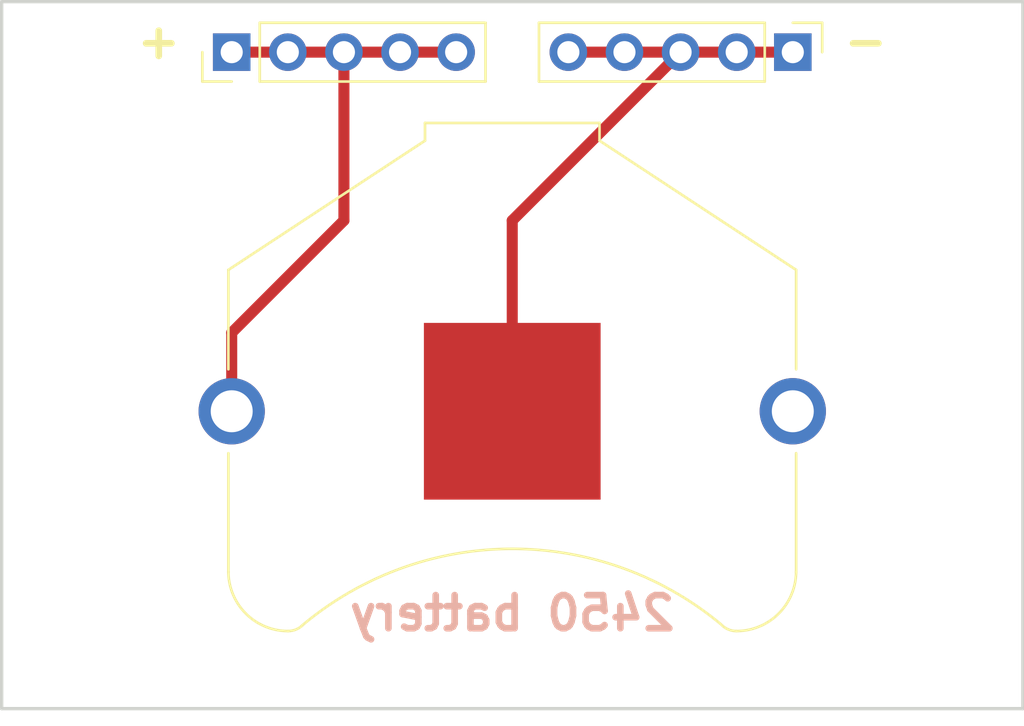
<source format=kicad_pcb>
(kicad_pcb (version 4) (host pcbnew 4.0.7-e2-6376~58~ubuntu16.04.1)

  (general
    (links 0)
    (no_connects 0)
    (area 129.144999 67.996999 175.655001 107.874001)
    (thickness 1.6)
    (drawings 7)
    (tracks 8)
    (zones 0)
    (modules 5)
    (nets 1)
  )

  (page A4)
  (layers
    (0 F.Cu signal)
    (31 B.Cu signal)
    (32 B.Adhes user)
    (33 F.Adhes user)
    (34 B.Paste user)
    (35 F.Paste user)
    (36 B.SilkS user)
    (37 F.SilkS user)
    (38 B.Mask user)
    (39 F.Mask user)
    (40 Dwgs.User user)
    (41 Cmts.User user)
    (42 Eco1.User user)
    (43 Eco2.User user)
    (44 Edge.Cuts user)
    (45 Margin user)
    (46 B.CrtYd user)
    (47 F.CrtYd user)
    (48 B.Fab user)
    (49 F.Fab user)
  )

  (setup
    (last_trace_width 0.25)
    (user_trace_width 0.3)
    (user_trace_width 0.4)
    (user_trace_width 0.5)
    (trace_clearance 0.2)
    (zone_clearance 0.508)
    (zone_45_only no)
    (trace_min 0.2)
    (segment_width 0.2)
    (edge_width 0.15)
    (via_size 0.6)
    (via_drill 0.4)
    (via_min_size 0.4)
    (via_min_drill 0.3)
    (uvia_size 0.3)
    (uvia_drill 0.1)
    (uvias_allowed no)
    (uvia_min_size 0.2)
    (uvia_min_drill 0.1)
    (pcb_text_width 0.3)
    (pcb_text_size 1.5 1.5)
    (mod_edge_width 0.15)
    (mod_text_size 1 1)
    (mod_text_width 0.15)
    (pad_size 1.524 1.524)
    (pad_drill 0.762)
    (pad_to_mask_clearance 0.2)
    (aux_axis_origin 0 0)
    (visible_elements FFFFFF7F)
    (pcbplotparams
      (layerselection 0x00030_80000001)
      (usegerberextensions false)
      (excludeedgelayer true)
      (linewidth 0.150000)
      (plotframeref false)
      (viasonmask false)
      (mode 1)
      (useauxorigin false)
      (hpglpennumber 1)
      (hpglpenspeed 20)
      (hpglpendiameter 15)
      (hpglpenoverlay 2)
      (psnegative false)
      (psa4output false)
      (plotreference true)
      (plotvalue true)
      (plotinvisibletext false)
      (padsonsilk false)
      (subtractmaskfromsilk false)
      (outputformat 1)
      (mirror false)
      (drillshape 1)
      (scaleselection 1)
      (outputdirectory ""))
  )

  (net 0 "")

  (net_class Default "This is the default net class."
    (clearance 0.2)
    (trace_width 0.25)
    (via_dia 0.6)
    (via_drill 0.4)
    (uvia_dia 0.3)
    (uvia_drill 0.1)
  )

  (module Battery_Holders:Keystone_3009_1x2450-CoinCell (layer F.Cu) (tedit 5A9A1033) (tstamp 5A9A1720)
    (at 152.4 86.614)
    (descr http://www.keyelco.com/product-pdf.cfm?p=787)
    (tags "Keystone type 3009 coin cell retainer")
    (fp_text reference "" (at 0 -14.4) (layer F.SilkS)
      (effects (font (size 1 1) (thickness 0.15)))
    )
    (fp_text value "" (at 0 14) (layer F.Fab)
      (effects (font (size 1 1) (thickness 0.15)))
    )
    (fp_arc (start 0 0) (end 0 12.8) (angle -41.7) (layer F.CrtYd) (width 0.05))
    (fp_arc (start 0 21) (end 9.15 10.05) (angle -3.2) (layer F.CrtYd) (width 0.05))
    (fp_arc (start 0 0) (end 0 12.8) (angle 41.7) (layer F.CrtYd) (width 0.05))
    (fp_arc (start 0 21) (end -9.15 10.05) (angle 3.2) (layer F.CrtYd) (width 0.05))
    (fp_arc (start 10.15 9) (end 10.15 10.45) (angle 45) (layer F.CrtYd) (width 0.05))
    (fp_arc (start -10.15 9) (end -10.15 10.45) (angle -45) (layer F.CrtYd) (width 0.05))
    (fp_arc (start 10.15 7.25) (end 10.15 10.45) (angle -90) (layer F.CrtYd) (width 0.05))
    (fp_arc (start -10.15 7.25) (end -10.15 10.45) (angle 90) (layer F.CrtYd) (width 0.05))
    (fp_arc (start 12.7 0) (end 13.35 1.95) (angle -143) (layer F.CrtYd) (width 0.05))
    (fp_arc (start -12.7 0) (end -13.35 1.95) (angle 143) (layer F.CrtYd) (width 0.05))
    (fp_arc (start 0 21) (end -9.55 9.73) (angle 80) (layer F.SilkS) (width 0.12))
    (fp_arc (start 10.15 9) (end 10.15 9.95) (angle 45) (layer F.SilkS) (width 0.12))
    (fp_arc (start -10.15 9) (end -10.15 9.95) (angle -45) (layer F.SilkS) (width 0.12))
    (fp_arc (start 10.15 9) (end 10.15 9.8) (angle 45) (layer F.Fab) (width 0.1))
    (fp_arc (start -10.15 9) (end -10.15 9.8) (angle -45) (layer F.Fab) (width 0.1))
    (fp_arc (start 0 21) (end -9.6 9.58) (angle 80) (layer F.Fab) (width 0.1))
    (fp_arc (start -10.15 7.25) (end -10.15 9.95) (angle 90) (layer F.SilkS) (width 0.12))
    (fp_arc (start 10.15 7.25) (end 10.15 9.95) (angle -90) (layer F.SilkS) (width 0.12))
    (fp_line (start 12.85 1.9) (end 12.85 7.3) (layer F.SilkS) (width 0.12))
    (fp_line (start -12.85 1.9) (end -12.85 7.3) (layer F.SilkS) (width 0.12))
    (fp_arc (start 10.15 7.25) (end 10.15 9.8) (angle -90) (layer F.Fab) (width 0.1))
    (fp_arc (start -10.15 7.25) (end -10.15 9.8) (angle 90) (layer F.Fab) (width 0.1))
    (fp_circle (center 0 0) (end 12.25 0) (layer Dwgs.User) (width 0.15))
    (fp_line (start 12.85 -6.4) (end 12.85 -1.9) (layer F.SilkS) (width 0.12))
    (fp_line (start -12.85 -6.4) (end -12.85 -1.9) (layer F.SilkS) (width 0.12))
    (fp_line (start 13.35 -6.7) (end 13.35 -1.95) (layer F.CrtYd) (width 0.05))
    (fp_line (start -13.35 1.95) (end -13.35 7.3) (layer F.CrtYd) (width 0.05))
    (fp_line (start -13.35 -6.7) (end -13.35 -1.95) (layer F.CrtYd) (width 0.05))
    (fp_line (start 13.35 1.95) (end 13.35 7.3) (layer F.CrtYd) (width 0.05))
    (fp_line (start 12.7 -6.35) (end 12.7 7.3) (layer F.Fab) (width 0.1))
    (fp_line (start -12.7 -6.35) (end -12.7 7.3) (layer F.Fab) (width 0.1))
    (fp_line (start 4.45 -13.55) (end 4.45 -12.55) (layer F.CrtYd) (width 0.05))
    (fp_line (start -4.45 -13.55) (end 4.45 -13.55) (layer F.CrtYd) (width 0.05))
    (fp_line (start -4.45 -13.55) (end -4.45 -12.55) (layer F.CrtYd) (width 0.05))
    (fp_line (start 4.45 -12.55) (end 13.35 -6.7) (layer F.CrtYd) (width 0.05))
    (fp_line (start 3.95 -12.25) (end 12.85 -6.4) (layer F.SilkS) (width 0.12))
    (fp_line (start 3.95 -13.05) (end 3.95 -12.25) (layer F.SilkS) (width 0.12))
    (fp_line (start -3.95 -13.05) (end 3.95 -13.05) (layer F.SilkS) (width 0.12))
    (fp_line (start -3.95 -13.05) (end -3.95 -12.25) (layer F.SilkS) (width 0.12))
    (fp_line (start -3.95 -12.25) (end -12.85 -6.4) (layer F.SilkS) (width 0.12))
    (fp_line (start 3.8 -12.2) (end 12.7 -6.35) (layer F.Fab) (width 0.1))
    (fp_line (start -3.8 -12.2) (end -12.7 -6.35) (layer F.Fab) (width 0.1))
    (fp_line (start -3.8 -12.9) (end -3.8 -12.2) (layer F.Fab) (width 0.1))
    (fp_line (start 3.8 -12.9) (end 3.8 -12.2) (layer F.Fab) (width 0.1))
    (fp_line (start -3.8 -12.9) (end 3.8 -12.9) (layer F.Fab) (width 0.1))
    (fp_line (start -4.45 -12.55) (end -13.35 -6.7) (layer F.CrtYd) (width 0.05))
    (pad 1 thru_hole circle (at -12.7 0) (size 3 3) (drill 1.9) (layers *.Cu *.Mask))
    (pad 1 thru_hole circle (at 12.7 0) (size 3 3) (drill 1.9) (layers *.Cu *.Mask))
    (pad 2 smd rect (at 0 0) (size 8 8) (layers F.Cu F.Mask))
    (model Battery_Holders.3dshapes/Keystone_3009_1x2450-CoinCell.wrl
      (at (xyz 0 0 0))
      (scale (xyz 1 1 1))
      (rotate (xyz 0 0 0))
    )
  )

  (module Mounting_Holes:MountingHole_5mm (layer F.Cu) (tedit 5A9A1AE1) (tstamp 5A9FAD3D)
    (at 170.18 76.708)
    (descr "Mounting Hole 5mm, no annular")
    (tags "mounting hole 5mm no annular")
    (fp_text reference "" (at 0 -6) (layer F.SilkS)
      (effects (font (size 1 1) (thickness 0.15)))
    )
    (fp_text value "" (at 0 6) (layer F.Fab)
      (effects (font (size 1 1) (thickness 0.15)))
    )
    (fp_circle (center 0 0) (end 5 0) (layer Cmts.User) (width 0.15))
    (fp_circle (center 0 0) (end 5.25 0) (layer F.CrtYd) (width 0.05))
    (pad 1 np_thru_hole circle (at 0 0) (size 5 5) (drill 5) (layers *.Cu *.Mask))
  )

  (module Mounting_Holes:MountingHole_5mm (layer F.Cu) (tedit 5A9A1AD0) (tstamp 5A9FAD4A)
    (at 134.62 76.708)
    (descr "Mounting Hole 5mm, no annular")
    (tags "mounting hole 5mm no annular")
    (fp_text reference "" (at 0 -6) (layer F.SilkS)
      (effects (font (size 1 1) (thickness 0.15)))
    )
    (fp_text value "" (at 0 6) (layer F.Fab)
      (effects (font (size 1 1) (thickness 0.15)))
    )
    (fp_circle (center 0 0) (end 5 0) (layer Cmts.User) (width 0.15))
    (fp_circle (center 0 0) (end 5.25 0) (layer F.CrtYd) (width 0.05))
    (pad 1 np_thru_hole circle (at 0 0) (size 5 5) (drill 5) (layers *.Cu *.Mask))
  )

  (module Pin_Headers:Pin_Header_Straight_1x05_Pitch2.54mm (layer F.Cu) (tedit 5A9A1C14) (tstamp 5AA27726)
    (at 165.1 70.358 270)
    (descr "Through hole straight pin header, 1x05, 2.54mm pitch, single row")
    (tags "Through hole pin header THT 1x05 2.54mm single row")
    (fp_text reference "" (at 0 -2.33 270) (layer F.SilkS)
      (effects (font (size 1 1) (thickness 0.15)))
    )
    (fp_text value "" (at 0 12.49 270) (layer F.Fab)
      (effects (font (size 1 1) (thickness 0.15)))
    )
    (fp_line (start -0.635 -1.27) (end 1.27 -1.27) (layer F.Fab) (width 0.1))
    (fp_line (start 1.27 -1.27) (end 1.27 11.43) (layer F.Fab) (width 0.1))
    (fp_line (start 1.27 11.43) (end -1.27 11.43) (layer F.Fab) (width 0.1))
    (fp_line (start -1.27 11.43) (end -1.27 -0.635) (layer F.Fab) (width 0.1))
    (fp_line (start -1.27 -0.635) (end -0.635 -1.27) (layer F.Fab) (width 0.1))
    (fp_line (start -1.33 11.49) (end 1.33 11.49) (layer F.SilkS) (width 0.12))
    (fp_line (start -1.33 1.27) (end -1.33 11.49) (layer F.SilkS) (width 0.12))
    (fp_line (start 1.33 1.27) (end 1.33 11.49) (layer F.SilkS) (width 0.12))
    (fp_line (start -1.33 1.27) (end 1.33 1.27) (layer F.SilkS) (width 0.12))
    (fp_line (start -1.33 0) (end -1.33 -1.33) (layer F.SilkS) (width 0.12))
    (fp_line (start -1.33 -1.33) (end 0 -1.33) (layer F.SilkS) (width 0.12))
    (fp_line (start -1.8 -1.8) (end -1.8 11.95) (layer F.CrtYd) (width 0.05))
    (fp_line (start -1.8 11.95) (end 1.8 11.95) (layer F.CrtYd) (width 0.05))
    (fp_line (start 1.8 11.95) (end 1.8 -1.8) (layer F.CrtYd) (width 0.05))
    (fp_line (start 1.8 -1.8) (end -1.8 -1.8) (layer F.CrtYd) (width 0.05))
    (fp_text user %R (at 0 5.08 360) (layer F.Fab)
      (effects (font (size 1 1) (thickness 0.15)))
    )
    (pad 1 thru_hole rect (at 0 0 270) (size 1.7 1.7) (drill 1) (layers *.Cu *.Mask))
    (pad 2 thru_hole oval (at 0 2.54 270) (size 1.7 1.7) (drill 1) (layers *.Cu *.Mask))
    (pad 3 thru_hole oval (at 0 5.08 270) (size 1.7 1.7) (drill 1) (layers *.Cu *.Mask))
    (pad 4 thru_hole oval (at 0 7.62 270) (size 1.7 1.7) (drill 1) (layers *.Cu *.Mask))
    (pad 5 thru_hole oval (at 0 10.16 270) (size 1.7 1.7) (drill 1) (layers *.Cu *.Mask))
    (model ${KISYS3DMOD}/Pin_Headers.3dshapes/Pin_Header_Straight_1x05_Pitch2.54mm.wrl
      (at (xyz 0 0 0))
      (scale (xyz 1 1 1))
      (rotate (xyz 0 0 0))
    )
  )

  (module Pin_Headers:Pin_Header_Straight_1x05_Pitch2.54mm (layer F.Cu) (tedit 5A9A1C04) (tstamp 5AA27770)
    (at 139.7 70.358 90)
    (descr "Through hole straight pin header, 1x05, 2.54mm pitch, single row")
    (tags "Through hole pin header THT 1x05 2.54mm single row")
    (fp_text reference "" (at 0 -2.33 90) (layer F.SilkS)
      (effects (font (size 1 1) (thickness 0.15)))
    )
    (fp_text value "" (at 0 12.49 90) (layer F.Fab)
      (effects (font (size 1 1) (thickness 0.15)))
    )
    (fp_line (start -0.635 -1.27) (end 1.27 -1.27) (layer F.Fab) (width 0.1))
    (fp_line (start 1.27 -1.27) (end 1.27 11.43) (layer F.Fab) (width 0.1))
    (fp_line (start 1.27 11.43) (end -1.27 11.43) (layer F.Fab) (width 0.1))
    (fp_line (start -1.27 11.43) (end -1.27 -0.635) (layer F.Fab) (width 0.1))
    (fp_line (start -1.27 -0.635) (end -0.635 -1.27) (layer F.Fab) (width 0.1))
    (fp_line (start -1.33 11.49) (end 1.33 11.49) (layer F.SilkS) (width 0.12))
    (fp_line (start -1.33 1.27) (end -1.33 11.49) (layer F.SilkS) (width 0.12))
    (fp_line (start 1.33 1.27) (end 1.33 11.49) (layer F.SilkS) (width 0.12))
    (fp_line (start -1.33 1.27) (end 1.33 1.27) (layer F.SilkS) (width 0.12))
    (fp_line (start -1.33 0) (end -1.33 -1.33) (layer F.SilkS) (width 0.12))
    (fp_line (start -1.33 -1.33) (end 0 -1.33) (layer F.SilkS) (width 0.12))
    (fp_line (start -1.8 -1.8) (end -1.8 11.95) (layer F.CrtYd) (width 0.05))
    (fp_line (start -1.8 11.95) (end 1.8 11.95) (layer F.CrtYd) (width 0.05))
    (fp_line (start 1.8 11.95) (end 1.8 -1.8) (layer F.CrtYd) (width 0.05))
    (fp_line (start 1.8 -1.8) (end -1.8 -1.8) (layer F.CrtYd) (width 0.05))
    (fp_text user %R (at 0 5.08 180) (layer F.Fab)
      (effects (font (size 1 1) (thickness 0.15)))
    )
    (pad 1 thru_hole rect (at 0 0 90) (size 1.7 1.7) (drill 1) (layers *.Cu *.Mask))
    (pad 2 thru_hole oval (at 0 2.54 90) (size 1.7 1.7) (drill 1) (layers *.Cu *.Mask))
    (pad 3 thru_hole oval (at 0 5.08 90) (size 1.7 1.7) (drill 1) (layers *.Cu *.Mask))
    (pad 4 thru_hole oval (at 0 7.62 90) (size 1.7 1.7) (drill 1) (layers *.Cu *.Mask))
    (pad 5 thru_hole oval (at 0 10.16 90) (size 1.7 1.7) (drill 1) (layers *.Cu *.Mask))
    (model ${KISYS3DMOD}/Pin_Headers.3dshapes/Pin_Header_Straight_1x05_Pitch2.54mm.wrl
      (at (xyz 0 0 0))
      (scale (xyz 1 1 1))
      (rotate (xyz 0 0 0))
    )
  )

  (gr_text "2450 battery" (at 152.4 95.758) (layer B.SilkS)
    (effects (font (size 1.5 1.5) (thickness 0.3)) (justify mirror))
  )
  (gr_line (start 129.286 100.076) (end 129.286 68.072) (angle 90) (layer Edge.Cuts) (width 0.15))
  (gr_line (start 175.514 100.076) (end 129.286 100.076) (angle 90) (layer Edge.Cuts) (width 0.15))
  (gr_line (start 175.514 68.072) (end 175.514 100.076) (angle 90) (layer Edge.Cuts) (width 0.15))
  (gr_line (start 129.286 68.072) (end 175.514 68.072) (angle 90) (layer Edge.Cuts) (width 0.15))
  (gr_text + (at 136.398 69.85) (layer F.SilkS)
    (effects (font (size 1.5 1.5) (thickness 0.3)))
  )
  (gr_text - (at 168.402 69.85) (layer F.SilkS)
    (effects (font (size 1.5 1.5) (thickness 0.3)))
  )

  (segment (start 139.7 70.358) (end 149.86 70.358) (width 0.5) (layer F.Cu) (net 0))
  (segment (start 139.7 86.614) (end 139.7 83.058) (width 0.5) (layer F.Cu) (net 0))
  (segment (start 144.78 77.978) (end 144.78 70.358) (width 0.5) (layer F.Cu) (net 0) (tstamp 5AA278A9))
  (segment (start 139.7 83.058) (end 144.78 77.978) (width 0.5) (layer F.Cu) (net 0) (tstamp 5AA278A7))
  (segment (start 154.94 70.358) (end 160.02 70.358) (width 0.5) (layer F.Cu) (net 0))
  (segment (start 152.4 86.614) (end 152.4 77.978) (width 0.5) (layer F.Cu) (net 0))
  (segment (start 152.4 77.978) (end 160.02 70.358) (width 0.5) (layer F.Cu) (net 0) (tstamp 5AA278A0))
  (segment (start 160.02 70.358) (end 165.1 70.358) (width 0.5) (layer F.Cu) (net 0) (tstamp 5AA278A2))

)

</source>
